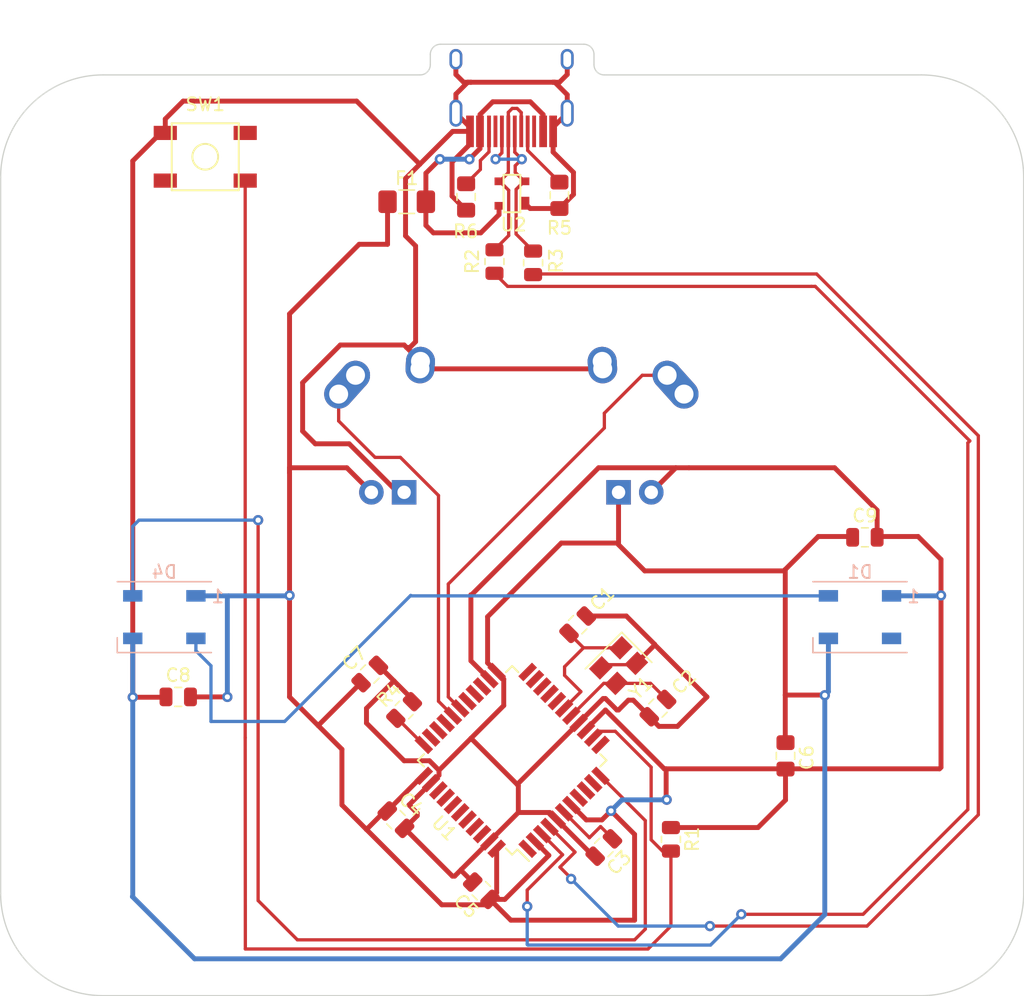
<source format=kicad_pcb>
(kicad_pcb (version 20211014) (generator pcbnew)
  (layers (0 "F.Cu" signal) (31 "B.Cu" signal) (34 "B.Paste" user) (35 "F.Paste" user) (36 "B.SilkS" user "B.Silkscreen") (37 "F.SilkS" user "F.Silkscreen") (38 "B.Mask" user) (39 "F.Mask" user) (44 "Edge.Cuts" user))
  (net 0 "")
  (net 1 "GND")
  (net 2 "XTAL1")
  (net 3 "XTAL2")
  (net 4 "Net-(C3-Pad1)")
  (net 5 "+5V")
  (net 7 "Net-(D1-Pad4)")
  (net 8 "UNDERGLOWLED")
  (net 9 "VCC")
  (net 10 "COL0")
  (net 11 "COL1")
  (net 12 "Net-(R1-Pad2)")
  (net 13 "D-")
  (net 14 "Net-(R2-Pad2)")
  (net 15 "D+")
  (net 16 "Net-(R3-Pad2)")
  (net 17 "Net-(R4-Pad1)")
  (footprint "Fuse:Fuse_1206_3216Metric_Pad1.42x1.75mm_HandSolder" (layer "F.Cu") (at 118.8195 73.34)
    (fp_text reference "F1")
    (fp_text value "500mA")
  )
  (footprint "Crystal:Crystal_SMD_3225-4Pin_3.2x2.5mm" (layer "F.Cu") (at 135.257792 109.328858 -135)
    (fp_text reference "Y1")
    (fp_text value "16MHz")
  )
  (footprint "Capacitor_SMD:C_0805_2012Metric" (layer "F.Cu") (at 101.092 111.76)
    (fp_text reference "C8")
    (fp_text value "0.1uF")
  )
  (footprint "Capacitor_SMD:C_0805_2012Metric_Pad1.15x1.40mm_HandSolder" (layer "F.Cu") (at 148.209 116.332 90)
    (fp_text reference "C6")
    (fp_text value "10uF")
  )
  (footprint "Capacitor_SMD:C_0805_2012Metric" (layer "F.Cu") (at 115.951 109.982 45)
    (fp_text reference "C7")
    (fp_text value "10uf")
  )
  (footprint "Capacitor_SMD:C_0805_2012Metric" (layer "F.Cu") (at 134.112 123.444 -135)
    (fp_text reference "C3")
    (fp_text value "1uF")
  )
  (footprint "Type-C:HRO-TYPE-C-31-M-12-HandSoldering" (layer "F.Cu") (at 126.954 59.685 180)
    (fp_text reference "USB1" hide)
    (fp_text value "HRO-TYPE-C-31-M-12")
  )
  (footprint "Package_QFP:TQFP-44_10x10mm_P0.8mm" (layer "F.Cu") (at 127 116.68125 135)
    (fp_text reference "U1")
    (fp_text value "ATmega32U4-A")
  )
  (footprint "random-keyboard-parts:SKQG-1155865" (layer "F.Cu") (at 103.1875 69.85 180)
    (fp_text reference "SW1")
    (fp_text value "SW_Push")
  )
  (footprint "Resistor_SMD:R_0805_2012Metric_Pad1.15x1.40mm_HandSolder" (layer "F.Cu") (at 130.667 72.841 90)
    (fp_text reference "R5")
    (fp_text value "5.1k" hide)
  )
  (footprint "MX_Alps_Hybrid:MX-1U" (layer "F.Cu") (at 117.348 90.805)
    (fp_text reference "MX0")
    (fp_text value "MX-LED")
  )
  (footprint "random-keyboard-parts:SOT143B" (layer "F.Cu") (at 126.984 72.705 180)
    (fp_text reference "U2")
    (fp_text value "PRTR5V0U2X" hide)
  )
  (footprint "Resistor_SMD:R_0805_2012Metric_Pad1.15x1.40mm_HandSolder" (layer "F.Cu") (at 123.428 72.968 90)
    (fp_text reference "R6")
    (fp_text value "5.1k" hide)
  )
  (footprint "Capacitor_SMD:C_0805_2012Metric" (layer "F.Cu") (at 132.082792 106.153858 -135)
    (fp_text reference "C1")
    (fp_text value "22pF")
  )
  (footprint "Capacitor_SMD:C_0805_2012Metric" (layer "F.Cu") (at 117.983 121.285 -45)
    (fp_text reference "C4")
    (fp_text value "0.1uF")
  )
  (footprint "Resistor_SMD:R_0805_2012Metric" (layer "F.Cu") (at 128.6256 78.0796 -90)
    (fp_text reference "R3")
    (fp_text value "22" hide)
  )
  (footprint "Capacitor_SMD:C_0805_2012Metric" (layer "F.Cu") (at 138.310793 112.625857 45)
    (fp_text reference "C2")
    (fp_text value "22pF")
  )
  (footprint "Resistor_SMD:R_0805_2012Metric" (layer "F.Cu") (at 118.618 112.776 45)
    (fp_text reference "R4")
    (fp_text value "10k")
  )
  (footprint "Capacitor_SMD:C_0805_2012Metric" (layer "F.Cu") (at 154.3685 99.3775)
    (fp_text reference "C9")
    (fp_text value "0.1uF")
  )
  (footprint "Resistor_SMD:R_0805_2012Metric" (layer "F.Cu") (at 139.319 122.809 -90)
    (fp_text reference "R1")
    (fp_text value "10k")
  )
  (footprint "Resistor_SMD:R_0805_2012Metric" (layer "F.Cu") (at 125.6284 77.978 -90)
    (fp_text reference "R2")
    (fp_text value "22" hide)
  )
  (footprint "Capacitor_SMD:C_0805_2012Metric" (layer "F.Cu") (at 124.6124 126.7968 135)
    (fp_text reference "C5")
    (fp_text value "0.1uF")
  )
  (footprint "MX_Alps_Hybrid:MX-1U" (layer "B.Cu") (at 136.525 90.805 180)
    (fp_text reference "MX1")
    (fp_text value "MX-LED")
  )
  (footprint "LED_SMD:LED_WS2812B_PLCC4_5.0x5.0mm_P3.2mm" (layer "B.Cu") (at 153.9875 105.56875 180)
    (fp_text reference "D1")
    (fp_text value "WS2812B")
  )
  (footprint "LED_SMD:LED_WS2812B_PLCC4_5.0x5.0mm_P3.2mm" (layer "B.Cu") (at 100.0125 105.56875 180)
    (fp_text reference "D4")
    (fp_text value "WS2812B")
  )
  (gr_arc (start 166.6875 127) (mid 164.36266 132.61266) (end 158.75 134.9375) (layer "Edge.Cuts") (width 0.1))
  (gr_line (start 120.65 61.9125) (end 120.65 62.70625) (layer "Edge.Cuts") (width 0.1))
  (gr_arc (start 120.65 61.9125) (mid 120.882484 61.351234) (end 121.44375 61.11875) (layer "Edge.Cuts") (width 0.1))
  (gr_line (start 166.6875 71.4375) (end 166.6875 127) (layer "Edge.Cuts") (width 0.1))
  (gr_line (start 158.75 134.9375) (end 95.25 134.9375) (layer "Edge.Cuts") (width 0.1))
  (gr_arc (start 158.75 63.5) (mid 164.36266 65.82484) (end 166.6875 71.4375) (layer "Edge.Cuts") (width 0.1))
  (gr_arc (start 95.25 134.9375) (mid 89.63734 132.61266) (end 87.3125 127) (layer "Edge.Cuts") (width 0.1))
  (gr_arc (start 134.14375 63.5) (mid 133.582484 63.267516) (end 133.35 62.70625) (layer "Edge.Cuts") (width 0.1))
  (gr_arc (start 132.55625 61.11875) (mid 133.117516 61.351234) (end 133.35 61.9125) (layer "Edge.Cuts") (width 0.1))
  (gr_line (start 132.55625 61.11875) (end 121.44375 61.11875) (layer "Edge.Cuts") (width 0.1))
  (gr_arc (start 87.3125 71.4375) (mid 89.63734 65.82484) (end 95.25 63.5) (layer "Edge.Cuts") (width 0.1))
  (gr_line (start 119.85625 63.5) (end 95.25 63.5) (layer "Edge.Cuts") (width 0.1))
  (gr_line (start 134.14375 63.5) (end 158.75 63.5) (layer "Edge.Cuts") (width 0.1))
  (gr_line (start 87.3125 127) (end 87.3125 71.4375) (layer "Edge.Cuts") (width 0.1))
  (gr_arc (start 120.65 62.70625) (mid 120.417516 63.267516) (end 119.85625 63.5) (layer "Edge.Cuts") (width 0.1))
  (gr_line (start 133.35 62.70625) (end 133.35 61.9125) (layer "Edge.Cuts") (width 0.1))
  (segment (start 124.051372 71.319628) (end 123.428 71.943) (width 0.254) (layer "F.Cu") (net 0))
  (segment (start 130.661 71.816) (end 130.667 71.816) (width 0.254) (layer "F.Cu") (net 0))
  (segment (start 125.204 69.472038) (end 124.536001 70.140037) (width 0.254) (layer "F.Cu") (net 0))
  (segment (start 124.536001 70.834999) (end 124.051372 71.319628) (width 0.254) (layer "F.Cu") (net 0))
  (segment (start 124.536001 70.140037) (end 124.536001 70.834999) (width 0.254) (layer "F.Cu") (net 0))
  (segment (start 125.204 67.88) (end 125.204 69.472038) (width 0.254) (layer "F.Cu") (net 0))
  (segment (start 128.204 69.359) (end 130.661 71.816) (width 0.254) (layer "F.Cu") (net 0))
  (segment (start 128.204 67.88) (end 128.204 69.359) (width 0.254) (layer "F.Cu") (net 0))
  (segment (start 127.478887 118.639687) (end 127.4064 118.5672) (width 0.381) (layer "F.Cu") (net 1))
  (segment (start 135.255 95.885) (end 135.255 99.822) (width 0.381) (layer "F.Cu") (net 1))
  (segment (start 138.387434 114.046) (end 137.639042 113.297608) (width 0.381) (layer "F.Cu") (net 1))
  (segment (start 133.985 86.265) (end 134.025 86.305) (width 0.381) (layer "F.Cu") (net 1))
  (segment (start 131.274 62.285) (end 131.274 63.466) (width 0.381) (layer "F.Cu") (net 1))
  (segment (start 122.33749 72.90249) (end 122.804628 73.369628) (width 0.381) (layer "F.Cu") (net 1))
  (segment (start 122.634 64.99) (end 122.634 66.465) (width 0.381) (layer "F.Cu") (net 1))
  (segment (start 101.473 65.532) (end 114.935 65.532) (width 0.381) (layer "F.Cu") (net 1))
  (segment (start 118.618 116.713) (end 120.583644 116.713) (width 0.381) (layer "F.Cu") (net 1))
  (segment (start 131.290372 73.242628) (end 130.667 73.866) (width 0.381) (layer "F.Cu") (net 1))
  (segment (start 122.540233 125.6665) (end 122.3645 125.6665) (width 0.381) (layer "F.Cu") (net 1))
  (segment (start 135.128 112.776) (end 134.239 111.887) (width 0.381) (layer "F.Cu") (net 1))
  (segment (start 119.0625 84.6455) (end 118.8085 84.6455) (width 0.381) (layer "F.Cu") (net 1))
  (segment (start 138.051792 107.677858) (end 135.856041 105.482107) (width 0.381) (layer "F.Cu") (net 1))
  (segment (start 126.347517 110.371913) (end 125.797918 109.822314) (width 0.381) (layer "F.Cu") (net 1))
  (segment (start 125.095 109.119396) (end 125.797918 109.822314) (width 0.381) (layer "F.Cu") (net 1))
  (segment (start 111.723101 92.120501) (end 110.744 91.1414) (width 0.381) (layer "F.Cu") (net 1))
  (segment (start 115.697 113.792) (end 118.618 116.713) (width 0.381) (layer "F.Cu") (net 1))
  (segment (start 123.061966 125.246366) (end 123.940649 126.125049) (width 0.381) (layer "F.Cu") (net 1))
  (segment (start 123.729 67.88) (end 123.729 67.56) (width 0.381) (layer "F.Cu") (net 1))
  (segment (start 118.999 120.142) (end 119.634 120.777) (width 0.381) (layer "F.Cu") (net 1))
  (segment (start 110.744 87.376) (end 113.665 84.455) (width 0.381) (layer "F.Cu") (net 1))
  (segment (start 117.829251 110.516749) (end 116.622751 109.310249) (width 0.381) (layer "F.Cu") (net 1))
  (segment (start 123.555 64.069) (end 122.634 64.99) (width 0.381) (layer "F.Cu") (net 1))
  (segment (start 127.4064 118.537592) (end 132.16188 113.782112) (width 0.381) (layer "F.Cu") (net 1))
  (segment (start 121.323989 117.453345) (end 123.808267 114.969067) (width 0.381) (layer "F.Cu") (net 1))
  (segment (start 130.667 73.866) (end 128.395 73.866) (width 0.381) (layer "F.Cu") (net 1))
  (segment (start 123.061966 125.144766) (end 123.061966 125.246366) (width 0.381) (layer "F.Cu") (net 1))
  (segment (start 135.255 112.776) (end 135.128 112.776) (width 0.381) (layer "F.Cu") (net 1))
  (segment (start 136.63665 109.152081) (end 136.528992 109.259739) (width 0.381) (layer "F.Cu") (net 1))
  (segment (start 115.697 112.649) (end 115.697 113.792) (width 0.381) (layer "F.Cu") (net 1))
  (segment (start 130.179 67.88) (end 130.179 69.486) (width 0.381) (layer "F.Cu") (net 1))
  (segment (start 122.634 63.466) (end 123.237 64.069) (width 0.381) (layer "F.Cu") (net 1))
  (segment (start 119.263235 111.950733) (end 117.829251 110.516749) (width 0.381) (layer "F.Cu") (net 1))
  (segment (start 123.237 64.069) (end 123.809 64.069) (width 0.381) (layer "F.Cu") (net 1))
  (segment (start 137.639042 113.255042) (end 137.639042 113.297608) (width 0.381) (layer "F.Cu") (net 1))
  (segment (start 153.355 99.314) (end 150.749 99.314) (width 0.381) (layer "F.Cu") (net 1))
  (segment (start 120.691983 118.449017) (end 118.999 120.142) (width 0.381) (layer "F.Cu") (net 1))
  (segment (start 119.263235 112.130765) (end 119.263235 111.950733) (width 0.381) (layer "F.Cu") (net 1))
  (segment (start 130.464823 121.277444) (end 129.915225 120.727846) (width 0.381) (layer "F.Cu") (net 1))
  (segment (start 126.347517 112.429817) (end 126.347517 110.371913) (width 0.381) (layer "F.Cu") (net 1))
  (segment (start 136.398 112.014) (end 137.639042 113.255042) (width 0.381) (layer "F.Cu") (net 1))
  (segment (start 123.729 68.874942) (end 122.33749 70.266452) (width 0.381) (layer "F.Cu") (net 1))
  (segment (start 97.5625 111.7865) (end 100.1155 111.7865) (width 0.381) (layer "F.Cu") (net 1))
  (segment (start 118.729 75.989) (end 119.509 76.769) (width 0.381) (layer "F.Cu") (net 1))
  (segment (start 99.7375 68) (end 100.0875 68) (width 0.381) (layer "F.Cu") (net 1))
  (segment (start 134.12483 109.259739) (end 133.878934 109.505635) (width 0.381) (layer "F.Cu") (net 1))
  (segment (start 130.464823 121.277444) (end 133.30313 124.115751) (width 0.381) (layer "F.Cu") (net 1))
  (segment (start 120.70675 118.449017) (end 120.691983 118.449017) (width 0.381) (layer "F.Cu") (net 1))
  (segment (start 148.190858 115.288858) (end 148.209 115.307) (width 0.381) (layer "F.Cu") (net 1))
  (segment (start 118.618 95.885) (end 118.118602 95.885) (width 0.381) (layer "F.Cu") (net 1))
  (segment (start 131.274 65.034) (end 130.309 64.069) (width 0.381) (layer "F.Cu") (net 1))
  (segment (start 131.274 63.466) (end 130.671 64.069) (width 0.381) (layer "F.Cu") (net 1))
  (segment (start 135.255 99.822) (end 130.81 99.822) (width 0.381) (layer "F.Cu") (net 1))
  (segment (start 119.634 120.777) (end 119.634 120.977502) (width 0.381) (layer "F.Cu") (net 1))
  (segment (start 118.118602 95.885) (end 114.354103 92.120501) (width 0.381) (layer "F.Cu") (net 1))
  (segment (start 127.478887 120.727846) (end 125.232233 122.9745) (width 0.381) (layer "F.Cu") (net 1))
  (segment (start 148.190858 111.614858) (end 151.238858 111.614858) (width 0.381) (layer "F.Cu") (net 1))
  (segment (start 119.634 120.977502) (end 118.654751 121.956751) (width 0.381) (layer "F.Cu") (net 1))
  (segment (start 151.238858 111.614858) (end 151.257 111.633) (width 0.381) (layer "F.Cu") (net 1))
  (segment (start 138.051792 107.698792) (end 142.113 111.76) (width 0.381) (layer "F.Cu") (net 1))
  (segment (start 134.056992 111.887) (end 132.16188 113.782112) (width 0.381) (layer "F.Cu") (net 1))
  (segment (start 142.113 111.76) (end 139.827 114.046) (width 0.381) (layer "F.Cu") (net 1))
  (segment (start 130.671 64.069) (end 130.159 64.069) (width 0.381) (layer "F.Cu") (net 1))
  (segment (start 150.749 99.314) (end 148.190858 101.872142) (width 0.381) (layer "F.Cu") (net 1))
  (segment (start 130.179 67.56) (end 131.274 66.465) (width 0.381) (layer "F.Cu") (net 1))
  (segment (start 148.082 101.981) (end 148.190858 101.872142) (width 0.381) (layer "F.Cu") (net 1))
  (segment (start 136.398 112.014) (end 136.017 112.014) (width 0.381) (layer "F.Cu") (net 1))
  (segment (start 138.051792 107.736939) (end 136.63665 109.152081) (width 0.381) (layer "F.Cu") (net 1))
  (segment (start 119.833529 70.430529) (end 118.729 71.535058) (width 0.381) (layer "F.Cu") (net 1))
  (segment (start 118.729 71.535058) (end 118.729 75.989) (width 0.381) (layer "F.Cu") (net 1))
  (segment (start 114.354103 92.120501) (end 111.723101 92.120501) (width 0.381) (layer "F.Cu") (net 1))
  (segment (start 136.528992 109.259739) (end 134.12483 109.259739) (width 0.254) (layer "F.Cu") (net 1))
  (segment (start 135.856041 105.482107) (end 132.754543 105.482107) (width 0.381) (layer "F.Cu") (net 1))
  (segment (start 134.239 111.887) (end 134.056992 111.887) (width 0.381) (layer "F.Cu") (net 1))
  (segment (start 130.179 67.88) (end 130.179 67.56) (width 0.381) (layer "F.Cu") (net 1))
  (segment (start 131.274 66.465) (end 131.274 65.034) (width 0.381) (layer "F.Cu") (net 1))
  (segment (start 131.75751 71.06451) (end 131.75751 72.77549) (width 0.381) (layer "F.Cu") (net 1))
  (segment (start 129.915225 120.727846) (end 127.478887 120.727846) (width 0.381) (layer "F.Cu") (net 1))
  (segment (start 138.051792 107.677858) (end 138.051792 107.698792) (width 0.381) (layer "F.Cu") (net 1))
  (segment (start 118.618 84.455) (end 118.8085 84.6455) (width 0.381) (layer "F.Cu") (net 1))
  (segment (start 127.478887 120.727846) (end 127.478887 118.639687) (width 0.381) (layer "F.Cu") (net 1))
  (segment (start 100.0875 68) (end 100.0875 66.9175) (width 0.381) (layer "F.Cu") (net 1))
  (segment (start 128.395 73.866) (end 127.984 73.455) (width 0.381) (layer "F.Cu") (net 1))
  (segment (start 100.1155 111.7865) (end 100.142 111.76) (width 0.381) (layer "F.Cu") (net 1))
  (segment (start 121.323989 117.453345) (end 121.323989 117.831778) (width 0.381) (layer "F.Cu") (net 1))
  (segment (start 122.33749 70.266452) (end 122.33749 72.90249) (width 0.381) (layer "F.Cu") (net 1))
  (segment (start 119.888 85.725) (end 119.888 86.265) (width 0.381) (layer "F.Cu") (net 1))
  (segment (start 123.061966 125.144766) (end 122.540233 125.6665) (width 0.381) (layer "F.Cu") (net 1))
  (segment (start 137.287 101.981) (end 148.082 101.981) (width 0.381) (layer "F.Cu") (net 1))
  (segment (start 119.509 76.769) (end 119.509 84.199) (width 0.381) (layer "F.Cu") (net 1))
  (segment (start 100.0875 66.9175) (end 101.473 65.532) (width 0.381) (layer "F.Cu") (net 1))
  (segment (start 127.4064 118.5672) (end 127.4064 118.537592) (width 0.381) (layer "F.Cu") (net 1))
  (segment (start 133.985 85.725) (end 133.985 86.265) (width 0.381) (layer "F.Cu") (net 1))
  (segment (start 123.809 64.069) (end 123.555 64.069) (width 0.381) (layer "F.Cu") (net 1))
  (segment (start 130.159 64.069) (end 123.809 64.069) (width 0.381) (layer "F.Cu") (net 1))
  (segment (start 135.255 99.949) (end 137.287 101.981) (width 0.381) (layer "F.Cu") (net 1))
  (segment (start 125.232233 122.9745) (end 123.061966 125.144766) (width 0.381) (layer "F.Cu") (net 1))
  (segment (start 148.190858 101.872142) (end 148.190858 111.614858) (width 0.381) (layer "F.Cu") (net 1))
  (segment (start 130.81 99.822) (end 125.095 105.537) (width 0.381) (layer "F.Cu") (net 1))
  (segment (start 117.829251 110.516749) (end 115.697 112.649) (width 0.381) (layer "F.Cu") (net 1))
  (segment (start 122.384058 67.88) (end 119.833529 70.430529) (width 0.381) (layer "F.Cu") (net 1))
  (segment (start 110.744 91.1414) (end 110.744 87.376) (width 0.381) (layer "F.Cu") (net 1))
  (segment (start 122.3645 125.6665) (end 118.654751 121.956751) (width 0.381) (layer "F.Cu") (net 1))
  (segment (start 123.729 67.56) (end 122.634 66.465) (width 0.381) (layer "F.Cu") (net 1))
  (segment (start 136.017 112.014) (end 135.255 112.776) (width 0.381) (layer "F.Cu") (net 1))
  (segment (start 130.179 69.486) (end 131.75751 71.06451) (width 0.381) (layer "F.Cu") (net 1))
  (segment (start 133.30313 124.115751) (end 133.440249 124.115751) (width 0.381) (layer "F.Cu") (net 1))
  (segment (start 125.095 105.537) (end 125.095 109.119396) (width 0.381) (layer "F.Cu") (net 1))
  (segment (start 122.634 62.285) (end 122.634 63.466) (width 0.381) (layer "F.Cu") (net 1))
  (segment (start 123.808267 114.969067) (end 126.347517 112.429817) (width 0.381) (layer "F.Cu") (net 1))
  (segment (start 114.935 65.532) (end 119.833529 70.430529) (width 0.381) (layer "F.Cu") (net 1))
  (segment (start 119.848 86.305) (end 134.025 86.305) (width 0.381) (layer "F.Cu") (net 1))
  (segment (start 135.255 99.822) (end 135.255 99.949) (width 0.381) (layer "F.Cu") (net 1))
  (segment (start 97.5625 70.175) (end 99.7375 68) (width 0.381) (layer "F.Cu") (net 1))
  (segment (start 148.190858 111.614858) (end 148.190858 115.288858) (width 0.381) (layer "F.Cu") (net 1))
  (segment (start 119.509 84.199) (end 119.0625 84.6455) (width 0.381) (layer "F.Cu") (net 1))
  (segment (start 127.4064 118.5672) (end 123.808267 114.969067) (width 0.381) (layer "F.Cu") (net 1))
  (segment (start 113.665 84.455) (end 118.618 84.455) (width 0.381) (layer "F.Cu") (net 1))
  (segment (start 123.729 67.88) (end 122.384058 67.88) (width 0.381) (layer "F.Cu") (net 1))
  (segment (start 153.4185 99.3775) (end 153.355 99.314) (width 0.381) (layer "F.Cu") (net 1))
  (segment (start 97.5625 111.7865) (end 97.5625 70.175) (width 0.381) (layer "F.Cu") (net 1))
  (segment (start 120.583644 116.713) (end 121.323989 117.453345) (width 0.381) (layer "F.Cu") (net 1))
  (segment (start 118.8085 84.6455) (end 119.888 85.725) (width 0.381) (layer "F.Cu") (net 1))
  (segment (start 130.309 64.069) (end 130.159 64.069) (width 0.381) (layer "F.Cu") (net 1))
  (segment (start 123.729 67.88) (end 123.729 68.874942) (width 0.381) (layer "F.Cu") (net 1))
  (segment (start 122.804628 73.369628) (end 123.428 73.993) (width 0.381) (layer "F.Cu") (net 1))
  (segment (start 139.827 114.046) (end 138.387434 114.046) (width 0.381) (layer "F.Cu") (net 1))
  (segment (start 131.75751 72.77549) (end 131.290372 73.242628) (width 0.381) (layer "F.Cu") (net 1))
  (segment (start 138.051792 107.677858) (end 138.051792 107.736939) (width 0.381) (layer "F.Cu") (net 1))
  (segment (start 121.323989 117.831778) (end 120.70675 118.449017) (width 0.381) (layer "F.Cu") (net 1))
  (via (at 97.5625 111.7865) (size 0.8) (drill 0.4) (layers "F.Cu" "B.Cu") (net 1))
  (via (at 151.257 111.633) (size 0.8) (drill 0.4) (layers "F.Cu" "B.Cu") (net 1))
  (segment (start 97.5625 107.21875) (end 97.5625 111.7865) (width 0.381) (layer "B.Cu") (net 1))
  (segment (start 147.828 132.08) (end 102.362 132.08) (width 0.381) (layer "B.Cu") (net 1))
  (segment (start 151.257 111.633) (end 151.257 128.651) (width 0.381) (layer "B.Cu") (net 1))
  (segment (start 151.257 128.651) (end 147.828 132.08) (width 0.381) (layer "B.Cu") (net 1))
  (segment (start 97.536 127.254) (end 97.5625 127.2275) (width 0.381) (layer "B.Cu") (net 1))
  (segment (start 151.5375 107.21875) (end 151.5375 111.3525) (width 0.381) (layer "B.Cu") (net 1))
  (segment (start 97.5625 127.2275) (end 97.5625 111.7865) (width 0.381) (layer "B.Cu") (net 1))
  (segment (start 102.362 132.08) (end 97.536 127.254) (width 0.381) (layer "B.Cu") (net 1))
  (segment (start 151.5375 111.3525) (end 151.257 111.633) (width 0.381) (layer "B.Cu") (net 1))
  (segment (start 131.411041 106.825609) (end 132.535432 107.95) (width 0.254) (layer "F.Cu") (net 2))
  (segment (start 131.066792 109.41864) (end 131.066792 110.086392) (width 0.254) (layer "F.Cu") (net 2))
  (segment (start 132.334 111.3536) (end 131.036859 112.650741) (width 0.254) (layer "F.Cu") (net 2))
  (segment (start 131.066792 110.086392) (end 132.334 111.3536) (width 0.254) (layer "F.Cu") (net 2))
  (segment (start 132.535432 107.95) (end 131.066792 109.41864) (width 0.254) (layer "F.Cu") (net 2))
  (segment (start 135.434569 107.95) (end 132.535432 107.95) (width 0.254) (layer "F.Cu") (net 2))
  (segment (start 131.036859 112.650741) (end 131.030509 112.650741) (width 0.254) (layer "F.Cu") (net 2))
  (segment (start 138.982544 111.954106) (end 137.736154 110.707716) (width 0.254) (layer "F.Cu") (net 3))
  (segment (start 137.736154 110.707716) (end 135.081015 110.707716) (width 0.254) (layer "F.Cu") (net 3))
  (segment (start 134.104905 110.707716) (end 131.596194 113.216427) (width 0.254) (layer "F.Cu") (net 3))
  (segment (start 135.081015 110.707716) (end 134.104905 110.707716) (width 0.254) (layer "F.Cu") (net 3))
  (segment (start 132.9944 122.682) (end 133.858 121.8184) (width 0.254) (layer "F.Cu") (net 4))
  (segment (start 132.9944 122.67565) (end 131.030509 120.711759) (width 0.254) (layer "F.Cu") (net 4))
  (segment (start 132.9944 122.682) (end 132.9944 122.67565) (width 0.254) (layer "F.Cu") (net 4))
  (segment (start 134.783751 122.744151) (end 134.783751 122.772249) (width 0.254) (layer "F.Cu") (net 4))
  (segment (start 133.858 121.8184) (end 134.783751 122.744151) (width 0.254) (layer "F.Cu") (net 4))
  (segment (start 113.792 115.824) (end 111.9505 113.9825) (width 0.381) (layer "F.Cu") (net 5))
  (segment (start 138.948235 117.337765) (end 138.948235 119.745835) (width 0.381) (layer "F.Cu") (net 5))
  (segment (start 117.130751 120.613249) (end 115.697 122.047) (width 0.381) (layer "F.Cu") (net 5))
  (segment (start 109.728 94.361) (end 109.728 93.98) (width 0.381) (layer "F.Cu") (net 5))
  (segment (start 121.539 127.889) (end 115.697 122.047) (width 0.381) (layer "F.Cu") (net 5))
  (segment (start 125.797918 126.954784) (end 125.284151 127.468551) (width 0.381) (layer "F.Cu") (net 5))
  (segment (start 155.3185 97.2795) (end 152.019 93.98) (width 0.381) (layer "F.Cu") (net 5))
  (segment (start 115.697 122.047) (end 113.792 120.142) (width 0.381) (layer "F.Cu") (net 5))
  (segment (start 155.3185 99.3775) (end 155.3185 97.2795) (width 0.381) (layer "F.Cu") (net 5))
  (segment (start 138.800765 117.337765) (end 138.948235 117.337765) (width 0.381) (layer "F.Cu") (net 5))
  (segment (start 134.239 112.776) (end 138.800765 117.337765) (width 0.381) (layer "F.Cu") (net 5))
  (segment (start 125.232233 110.388) (end 123.7996 108.955367) (width 0.381) (layer "F.Cu") (net 5))
  (segment (start 111.9505 113.9825) (end 109.728 111.76) (width 0.381) (layer "F.Cu") (net 5))
  (segment (start 140.716 93.98) (end 139.7 93.98) (width 0.381) (layer "F.Cu") (net 5))
  (segment (start 132.75102 121.300899) (end 131.596194 120.146073) (width 0.381) (layer "F.Cu") (net 5))
  (segment (start 158.496 99.314) (end 155.382 99.314) (width 0.381) (layer "F.Cu") (net 5))
  (segment (start 134.6708 120.5992) (end 136.4996 122.428) (width 0.381) (layer "F.Cu") (net 5))
  (segment (start 124.863702 127.889) (end 121.539 127.889) (width 0.381) (layer "F.Cu") (net 5))
  (segment (start 129.8448 124.0536) (end 126.429849 127.468551) (width 0.381) (layer "F.Cu") (net 5))
  (segment (start 126.429849 127.468551) (end 125.284151 127.468551) (width 0.381) (layer "F.Cu") (net 5))
  (segment (start 117.311249 120.613249) (end 117.130751 120.613249) (width 0.381) (layer "F.Cu") (net 5))
  (segment (start 123.7996 108.955367) (end 123.7996 103.8352) (width 0.381) (layer "F.Cu") (net 5))
  (segment (start 148.209 117.357) (end 148.209 119.761) (width 0.381) (layer "F.Cu") (net 5))
  (segment (start 115.128 76.642) (end 109.728 82.042) (width 0.381) (layer "F.Cu") (net 5))
  (segment (start 113.792 120.142) (end 113.792 115.824) (width 0.381) (layer "F.Cu") (net 5))
  (segment (start 134.6708 120.5992) (end 133.969101 121.300899) (width 0.381) (layer "F.Cu") (net 5))
  (segment (start 117.332 73.34) (end 117.332 76.642) (width 0.381) (layer "F.Cu") (net 5))
  (segment (start 136.4996 129.0828) (end 126.8984 129.0828) (width 0.381) (layer "F.Cu") (net 5))
  (segment (start 120.041166 117.883332) (end 117.311249 120.613249) (width 0.381) (layer "F.Cu") (net 5))
  (segment (start 133.7056 93.98) (end 139.7 93.98) (width 0.381) (layer "F.Cu") (net 5))
  (segment (start 128.767767 122.976567) (end 129.8448 124.0536) (width 0.381) (layer "F.Cu") (net 5))
  (segment (start 136.4996 122.428) (end 136.4996 129.0828) (width 0.381) (layer "F.Cu") (net 5))
  (segment (start 109.728 111.76) (end 109.728 103.886) (width 0.381) (layer "F.Cu") (net 5))
  (segment (start 146.0735 121.8965) (end 139.319 121.8965) (width 0.381) (layer "F.Cu") (net 5))
  (segment (start 155.382 99.314) (end 155.3185 99.3775) (width 0.381) (layer "F.Cu") (net 5))
  (segment (start 123.7996 103.8352) (end 123.8504 103.8352) (width 0.381) (layer "F.Cu") (net 5))
  (segment (start 148.209 119.761) (end 146.0735 121.8965) (width 0.381) (layer "F.Cu") (net 5))
  (segment (start 125.284151 127.468551) (end 124.863702 127.889) (width 0.381) (layer "F.Cu") (net 5))
  (segment (start 133.969101 121.300899) (end 132.75102 121.300899) (width 0.381) (layer "F.Cu") (net 5))
  (segment (start 123.8504 103.8352) (end 133.7056 93.98) (width 0.381) (layer "F.Cu") (net 5))
  (segment (start 120.141064 117.883332) (end 120.041166 117.883332) (width 0.381) (layer "F.Cu") (net 5))
  (segment (start 109.728 82.042) (end 109.728 94.361) (width 0.381) (layer "F.Cu") (net 5))
  (segment (start 160.274 103.886) (end 160.274 101.092) (width 0.381) (layer "F.Cu") (net 5))
  (segment (start 117.332 76.642) (end 115.128 76.642) (width 0.381) (layer "F.Cu") (net 5))
  (segment (start 160.274 117.221) (end 160.274 103.886) (width 0.381) (layer "F.Cu") (net 5))
  (segment (start 114.173 93.98) (end 116.078 95.885) (width 0.381) (layer "F.Cu") (net 5))
  (segment (start 139.7 93.98) (end 137.795 95.885) (width 0.381) (layer "F.Cu") (net 5))
  (segment (start 132.727565 114.347798) (end 132.727565 114.287435) (width 0.381) (layer "F.Cu") (net 5))
  (segment (start 125.797918 123.540186) (end 125.797918 126.954784) (width 0.381) (layer "F.Cu") (net 5))
  (segment (start 138.948235 117.337765) (end 160.157235 117.337765) (width 0.381) (layer "F.Cu") (net 5))
  (segment (start 126.8984 129.0828) (end 125.284151 127.468551) (width 0.381) (layer "F.Cu") (net 5))
  (segment (start 115.279249 110.653751) (end 111.9505 113.9825) (width 0.381) (layer "F.Cu") (net 5))
  (segment (start 109.728 93.98) (end 114.173 93.98) (width 0.381) (layer "F.Cu") (net 5))
  (segment (start 102.042 111.76) (end 104.902 111.76) (width 0.381) (layer "F.Cu") (net 5))
  (segment (start 109.728 103.886) (end 109.728 94.361) (width 0.381) (layer "F.Cu") (net 5))
  (segment (start 132.727565 114.287435) (end 134.239 112.776) (width 0.381) (layer "F.Cu") (net 5))
  (segment (start 160.157235 117.337765) (end 160.274 117.221) (width 0.381) (layer "F.Cu") (net 5))
  (segment (start 160.274 101.092) (end 158.496 99.314) (width 0.381) (layer "F.Cu") (net 5))
  (segment (start 152.019 93.98) (end 140.716 93.98) (width 0.381) (layer "F.Cu") (net 5))
  (via (at 134.6708 120.5992) (size 0.8) (drill 0.4) (layers "F.Cu" "B.Cu") (net 5))
  (via (at 160.274 103.886) (size 0.8) (drill 0.4) (layers "F.Cu" "B.Cu") (net 5))
  (via (at 109.728 103.886) (size 0.8) (drill 0.4) (layers "F.Cu" "B.Cu") (net 5))
  (via (at 104.902 111.76) (size 0.8) (drill 0.4) (layers "F.Cu" "B.Cu") (net 5))
  (via (at 138.9888 119.7356) (size 0.8) (drill 0.4) (layers "F.Cu" "B.Cu") (net 5))
  (segment (start 160.24125 103.91875) (end 156.4375 103.91875) (width 0.381) (layer "B.Cu") (net 5))
  (segment (start 109.69525 103.91875) (end 104.99625 103.91875) (width 0.381) (layer "B.Cu") (net 5))
  (segment (start 104.99625 103.91875) (end 102.4625 103.91875) (width 0.381) (layer "B.Cu") (net 5))
  (segment (start 109.728 103.886) (end 109.69525 103.91875) (width 0.381) (layer "B.Cu") (net 5))
  (segment (start 160.274 103.886) (end 160.24125 103.91875) (width 0.381) (layer "B.Cu") (net 5))
  (segment (start 138.948235 119.745835) (end 135.524165 119.745835) (width 0.381) (layer "B.Cu") (net 5))
  (segment (start 135.524165 119.745835) (end 134.6708 120.5992) (width 0.381) (layer "B.Cu") (net 5))
  (segment (start 104.902 111.76) (end 104.902 104.013) (width 0.381) (layer "B.Cu") (net 5))
  (segment (start 104.902 104.013) (end 104.99625 103.91875) (width 0.381) (layer "B.Cu") (net 5))
  (segment (start 119.126 103.886) (end 119.15875 103.91875) (width 0.254) (layer "B.Cu") (net 7))
  (segment (start 103.632 109.347) (end 103.632 113.665) (width 0.254) (layer "B.Cu") (net 7))
  (segment (start 102.4625 107.21875) (end 102.4625 108.1775) (width 0.254) (layer "B.Cu") (net 7))
  (segment (start 119.15875 103.91875) (end 151.5375 103.91875) (width 0.254) (layer "B.Cu") (net 7))
  (segment (start 103.632 113.665) (end 109.347 113.665) (width 0.254) (layer "B.Cu") (net 7))
  (segment (start 102.4625 108.1775) (end 103.632 109.347) (width 0.254) (layer "B.Cu") (net 7))
  (segment (start 109.347 113.665) (end 119.126 103.886) (width 0.254) (layer "B.Cu") (net 7))
  (segment (start 137.33 121.354396) (end 137.33 129.7764) (width 0.254) (layer "F.Cu") (net 8))
  (segment (start 133.858936 117.883332) (end 137.33 121.354396) (width 0.254) (layer "F.Cu") (net 8))
  (segment (start 110.3376 130.6068) (end 107.2896 127.5588) (width 0.254) (layer "F.Cu") (net 8))
  (segment (start 107.2896 127.5588) (end 107.2896 98.044) (width 0.254) (layer "F.Cu") (net 8))
  (segment (start 137.33 129.7764) (end 136.4996 130.6068) (width 0.254) (layer "F.Cu") (net 8))
  (segment (start 136.4996 130.6068) (end 110.3376 130.6068) (width 0.254) (layer "F.Cu") (net 8))
  (via (at 107.2896 98.044) (size 0.8) (drill 0.4) (layers "F.Cu" "B.Cu") (net 8))
  (segment (start 107.2896 98.044) (end 98.044 98.044) (width 0.254) (layer "B.Cu") (net 8))
  (segment (start 97.5625 98.5255) (end 97.5625 103.91875) (width 0.254) (layer "B.Cu") (net 8))
  (segment (start 98.044 98.044) (end 97.5625 98.5255) (width 0.254) (layer "B.Cu") (net 8))
  (segment (start 120.307 71.127) (end 120.307 73.34) (width 0.381) (layer "F.Cu") (net 9))
  (segment (start 129.404 66.576904) (end 128.411076 65.58398) (width 0.381) (layer "F.Cu") (net 9))
  (segment (start 121.396 70.038) (end 120.307 71.127) (width 0.381) (layer "F.Cu") (net 9))
  (segment (start 120.888 75.753) (end 120.307 75.172) (width 0.381) (layer "F.Cu") (net 9))
  (segment (start 125.984 73.655) (end 125.984 74.336) (width 0.381) (layer "F.Cu") (net 9))
  (segment (start 120.307 75.172) (end 120.307 73.34) (width 0.381) (layer "F.Cu") (net 9))
  (segment (start 129.404 67.88) (end 129.404 66.576904) (width 0.381) (layer "F.Cu") (net 9))
  (segment (start 124.567 75.753) (end 120.888 75.753) (width 0.381) (layer "F.Cu") (net 9))
  (segment (start 124.504 69.217878) (end 123.682939 70.038939) (width 0.381) (layer "F.Cu") (net 9))
  (segment (start 125.496924 65.58398) (end 124.504 66.576904) (width 0.381) (layer "F.Cu") (net 9))
  (segment (start 128.411076 65.58398) (end 125.496924 65.58398) (width 0.381) (layer "F.Cu") (net 9))
  (segment (start 124.504 66.576904) (end 124.504 67.88) (width 0.381) (layer "F.Cu") (net 9))
  (segment (start 125.984 74.336) (end 124.567 75.753) (width 0.381) (layer "F.Cu") (net 9))
  (segment (start 124.504 67.88) (end 124.504 69.217878) (width 0.381) (layer "F.Cu") (net 9))
  (via (at 121.396 70.038) (size 0.8) (drill 0.4) (layers "F.Cu" "B.Cu") (net 9))
  (via (at 123.682939 70.038939) (size 0.8) (drill 0.4) (layers "F.Cu" "B.Cu") (net 9))
  (segment (start 123.682939 70.038939) (end 121.396939 70.038939) (width 0.381) (layer "B.Cu") (net 9))
  (segment (start 121.396939 70.038939) (end 121.396 70.038) (width 0.381) (layer "B.Cu") (net 9))
  (segment (start 121.285 96.130841) (end 118.33006 93.175901) (width 0.254) (layer "F.Cu") (net 10))
  (segment (start 122.403806 113.216427) (end 121.285 112.097621) (width 0.254) (layer "F.Cu") (net 10))
  (segment (start 116.36594 93.175901) (end 113.538 90.347961) (width 0.254) (layer "F.Cu") (net 10))
  (segment (start 118.33006 93.175901) (end 116.36594 93.175901) (width 0.254) (layer "F.Cu") (net 10))
  (segment (start 113.538 90.347961) (end 113.538 88.265) (width 0.254) (layer "F.Cu") (net 10))
  (segment (start 121.285 112.097621) (end 121.285 96.130841) (width 0.254) (layer "F.Cu") (net 10))
  (segment (start 122.969491 112.650741) (end 122.937741 112.650741) (width 0.254) (layer "F.Cu") (net 11))
  (segment (start 122.937741 112.650741) (end 122.047 111.76) (width 0.254) (layer "F.Cu") (net 11))
  (segment (start 122.047 111.76) (end 122.047 102.997) (width 0.254) (layer "F.Cu") (net 11))
  (segment (start 137.096 86.805) (end 139.025 86.805) (width 0.254) (layer "F.Cu") (net 11))
  (segment (start 134.154099 90.889901) (end 134.154099 89.746901) (width 0.254) (layer "F.Cu") (net 11))
  (segment (start 134.154099 89.746901) (end 137.096 86.805) (width 0.254) (layer "F.Cu") (net 11))
  (segment (start 122.047 102.997) (end 134.154099 90.889901) (width 0.254) (layer "F.Cu") (net 11))
  (segment (start 137.541 131.318) (end 106.299 131.318) (width 0.254) (layer "F.Cu") (net 12))
  (segment (start 106.299 131.318) (end 106.2875 114.9235) (width 0.254) (layer "F.Cu") (net 12))
  (segment (start 106.2875 114.9235) (end 106.2875 71.7) (width 0.254) (layer "F.Cu") (net 12))
  (segment (start 135.001384 114.427384) (end 137.784 117.21) (width 0.254) (layer "F.Cu") (net 12))
  (segment (start 137.784 117.21) (end 137.784 122.845) (width 0.254) (layer "F.Cu") (net 12))
  (segment (start 137.784 122.845) (end 138.811 123.872) (width 0.254) (layer "F.Cu") (net 12))
  (segment (start 139.319 123.7215) (end 139.319 129.54) (width 0.254) (layer "F.Cu") (net 12))
  (segment (start 139.319 129.54) (end 137.541 131.318) (width 0.254) (layer "F.Cu") (net 12))
  (segment (start 133.779349 114.427384) (end 135.001384 114.427384) (width 0.254) (layer "F.Cu") (net 12))
  (segment (start 133.29325 114.913483) (end 133.779349 114.427384) (width 0.254) (layer "F.Cu") (net 12))
  (segment (start 126.73 75.9639) (end 125.6284 77.0655) (width 0.254) (layer "F.Cu") (net 13))
  (segment (start 126.73 72.451) (end 126.73 75.9639) (width 0.254) (layer "F.Cu") (net 13))
  (segment (start 127.704 67.88) (end 127.704 66.416398) (width 0.254) (layer "F.Cu") (net 13))
  (segment (start 126.034 71.755) (end 125.984 71.755) (width 0.254) (layer "F.Cu") (net 13))
  (segment (start 126.704 67.88) (end 126.704 71.085) (width 0.254) (layer "F.Cu") (net 13))
  (segment (start 127.004 66.101) (end 126.704 66.401) (width 0.254) (layer "F.Cu") (net 13))
  (segment (start 126.704 66.401) (end 126.704 67.88) (width 0.254) (layer "F.Cu") (net 13))
  (segment (start 127.388602 66.101) (end 127.004 66.101) (width 0.254) (layer "F.Cu") (net 13))
  (segment (start 126.704 71.085) (end 126.034 71.755) (width 0.254) (layer "F.Cu") (net 13))
  (segment (start 126.034 71.755) (end 126.73 72.451) (width 0.254) (layer "F.Cu") (net 13))
  (segment (start 127.704 66.416398) (end 127.388602 66.101) (width 0.254) (layer "F.Cu") (net 13))
  (segment (start 126.6463 79.9084) (end 150.2156 79.9084) (width 0.254) (layer "F.Cu") (net 14))
  (segment (start 128.1684 126.746) (end 130.9116 124.0028) (width 0.254) (layer "F.Cu") (net 14))
  (segment (start 150.5204 79.9084) (end 162.5092 91.8972) (width 0.254) (layer "F.Cu") (net 14))
  (segment (start 162.3568 92.0496) (end 162.3568 120.4976) (width 0.254) (layer "F.Cu") (net 14))
  (segment (start 162.5092 91.8972) (end 162.3568 92.0496) (width 0.254) (layer "F.Cu") (net 14))
  (segment (start 128.1684 128.016) (end 128.1684 126.746) (width 0.254) (layer "F.Cu") (net 14))
  (segment (start 162.3568 120.4976) (end 154.3304 128.524) (width 0.254) (layer "F.Cu") (net 14))
  (segment (start 154.3304 128.524) (end 154.2288 128.6256) (width 0.254) (layer "F.Cu") (net 14))
  (segment (start 129.333452 122.424652) (end 129.333452 122.408815) (width 0.254) (layer "F.Cu") (net 14))
  (segment (start 130.9116 124.0028) (end 129.333452 122.424652) (width 0.254) (layer "F.Cu") (net 14))
  (segment (start 154.2288 128.6256) (end 144.78 128.6256) (width 0.254) (layer "F.Cu") (net 14))
  (segment (start 150.2156 79.9084) (end 150.5204 79.9084) (width 0.254) (layer "F.Cu") (net 14))
  (segment (start 125.6284 78.8905) (end 126.6463 79.9084) (width 0.254) (layer "F.Cu") (net 14))
  (via (at 144.78 128.6256) (size 0.8) (drill 0.4) (layers "F.Cu" "B.Cu") (net 14))
  (via (at 128.1684 128.016) (size 0.8) (drill 0.4) (layers "F.Cu" "B.Cu") (net 14))
  (segment (start 128.2192 131.0132) (end 128.1684 130.9624) (width 0.254) (layer "B.Cu") (net 14))
  (segment (start 142.3924 131.0132) (end 128.2192 131.0132) (width 0.254) (layer "B.Cu") (net 14))
  (segment (start 128.1684 130.9624) (end 128.1684 128.016) (width 0.254) (layer "B.Cu") (net 14))
  (segment (start 144.78 128.6256) (end 142.3924 131.0132) (width 0.254) (layer "B.Cu") (net 14))
  (segment (start 127.303067 74.678999) (end 127.306999 74.678999) (width 0.254) (layer "F.Cu") (net 15))
  (segment (start 127.303067 75.844567) (end 128.6256 77.1671) (width 0.254) (layer "F.Cu") (net 15))
  (segment (start 127.746 70.038) (end 127.238 70.546) (width 0.254) (layer "F.Cu") (net 15))
  (segment (start 127.303067 74.678999) (end 127.303067 75.844567) (width 0.254) (layer "F.Cu") (net 15))
  (segment (start 125.714 70.038) (end 126.204 69.548) (width 0.254) (layer "F.Cu") (net 15))
  (segment (start 127.934 71.755) (end 127.984 71.755) (width 0.254) (layer "F.Cu") (net 15))
  (segment (start 126.204 69.548) (end 126.204 67.88) (width 0.254) (layer "F.Cu") (net 15))
  (segment (start 127.306999 74.678999) (end 127.306999 72.382001) (width 0.254) (layer "F.Cu") (net 15))
  (segment (start 127.238 70.546) (end 127.238 71.059) (width 0.254) (layer "F.Cu") (net 15))
  (segment (start 127.204 69.496) (end 127.746 70.038) (width 0.254) (layer "F.Cu") (net 15))
  (segment (start 127.306999 72.382001) (end 127.934 71.755) (width 0.254) (layer "F.Cu") (net 15))
  (segment (start 127.204 67.88) (end 127.204 69.496) (width 0.254) (layer "F.Cu") (net 15))
  (segment (start 127.238 71.059) (end 127.934 71.755) (width 0.254) (layer "F.Cu") (net 15))
  (via (at 127.746 70.038) (size 0.8) (drill 0.4) (layers "F.Cu" "B.Cu") (net 15))
  (via (at 125.714 70.038) (size 0.8) (drill 0.4) (layers "F.Cu" "B.Cu") (net 15))
  (segment (start 127.746 70.038) (end 125.714 70.038) (width 0.254) (layer "B.Cu") (net 15))
  (segment (start 128.6745 78.9432) (end 150.622 78.9432) (width 0.254) (layer "F.Cu") (net 16))
  (segment (start 150.622 78.9432) (end 163.1696 91.4908) (width 0.254) (layer "F.Cu") (net 16))
  (segment (start 163.1696 91.4908) (end 163.1696 120.904) (width 0.254) (layer "F.Cu") (net 16))
  (segment (start 129.92033 121.84313) (end 131.8768 123.7996) (width 0.254) (layer "F.Cu") (net 16))
  (segment (start 163.1696 120.904) (end 154.5336 129.54) (width 0.254) (layer "F.Cu") (net 16))
  (segment (start 131.8768 123.7996) (end 130.7084 124.968) (width 0.254) (layer "F.Cu") (net 16))
  (segment (start 130.7084 124.968) (end 131.485565 125.745165) (width 0.254) (layer "F.Cu") (net 16))
  (segment (start 154.5336 129.54) (end 142.3416 129.54) (width 0.254) (layer "F.Cu") (net 16))
  (segment (start 128.6256 78.9921) (end 128.6745 78.9432) (width 0.254) (layer "F.Cu") (net 16))
  (via (at 142.3416 129.54) (size 0.8) (drill 0.4) (layers "F.Cu" "B.Cu") (net 16))
  (via (at 131.572 125.8824) (size 0.8) (drill 0.4) (layers "F.Cu" "B.Cu") (net 16))
  (segment (start 135.2296 129.54) (end 131.572 125.8824) (width 0.254) (layer "B.Cu") (net 16))
  (segment (start 142.3416 129.54) (end 135.2296 129.54) (width 0.254) (layer "B.Cu") (net 16))
  (segment (start 118.083131 113.421235) (end 120.141064 115.479168) (width 0.254) (layer "F.Cu") (net 17))
  (segment (start 117.972765 113.421235) (end 118.083131 113.421235) (width 0.254) (layer "F.Cu") (net 17))
)
</source>
